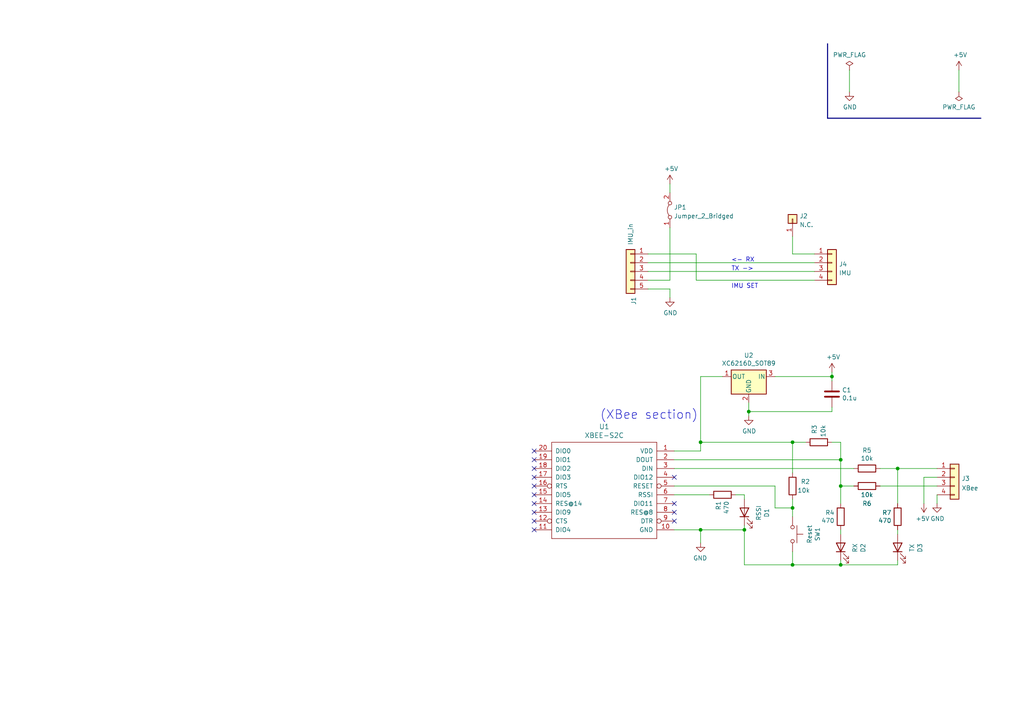
<source format=kicad_sch>
(kicad_sch (version 20211123) (generator eeschema)
  (paper "A4")
  (title_block (title "IMU&Xbee board") (date "2023-03-07") (rev "V1.2") (company "Saeki.A"))
  (lib_symbols
    (symbol "0.main.mega:C" (pin_numbers hide) (pin_names (offset 0.254))
      (property "Reference" "C" (at 0.635 2.54 0))
      (property "Value" "0.main.mega_C" (at 0.635 -2.54 0))
      (symbol "C_0_1"
        (polyline (pts (xy -2.032 -0.762) (xy 2.032 -0.762)) (stroke (width 0.508)))
        (polyline (pts (xy -2.032 0.762) (xy 2.032 0.762)) (stroke (width 0.508)))
      )
      (symbol "C_1_1"
        (pin passive line (at 0 3.81 270) (length 2.794) (name "~") (number "1"))
        (pin passive line (at 0 -3.81 90) (length 2.794) (name "~") (number "2"))
      )
    )
    (symbol "0.main.robot.library:XBEE-S2C" (pin_names (offset 1.016))
      (property "Value" "0.main.robot.library_XBEE-S2C" (at -15.24 -17.78 0))
      (symbol "XBEE-S2C_1_0"
        (polyline (pts (xy -15.24 -15.24) (xy -15.24 12.7)))
        (polyline (pts (xy -15.24 12.7) (xy 15.24 12.7)))
        (polyline (pts (xy 15.24 -15.24) (xy -15.24 -15.24)))
        (polyline (pts (xy 15.24 12.7) (xy 15.24 -15.24)))
        (pin power_in line (at -20.32 10.16 0) (length 5.08) (name "VDD") (number "1"))
        (pin power_in line (at -20.32 -12.7 0) (length 5.08) (name "GND") (number "10"))
        (pin bidirectional line (at 20.32 -12.7 180) (length 5.08) (name "DIO4") (number "11"))
        (pin output inverted (at 20.32 -10.16 180) (length 5.08) (name "CTS") (number "12"))
        (pin bidirectional line (at 20.32 -7.62 180) (length 5.08) (name "DIO9") (number "13"))
        (pin bidirectional line (at 20.32 -5.08 180) (length 5.08) (name "RES@14") (number "14"))
        (pin bidirectional line (at 20.32 -2.54 180) (length 5.08) (name "DIO5") (number "15"))
        (pin input inverted (at 20.32 0 180) (length 5.08) (name "RTS") (number "16"))
        (pin bidirectional line (at 20.32 2.54 180) (length 5.08) (name "DIO3") (number "17"))
        (pin bidirectional line (at 20.32 5.08 180) (length 5.08) (name "DIO2") (number "18"))
        (pin bidirectional line (at 20.32 7.62 180) (length 5.08) (name "DIO1") (number "19"))
        (pin output line (at -20.32 7.62 0) (length 5.08) (name "DOUT") (number "2"))
        (pin bidirectional line (at 20.32 10.16 180) (length 5.08) (name "DIO0") (number "20"))
        (pin input line (at -20.32 5.08 0) (length 5.08) (name "DIN") (number "3"))
        (pin bidirectional line (at -20.32 2.54 0) (length 5.08) (name "DIO12") (number "4"))
        (pin input inverted (at -20.32 0 0) (length 5.08) (name "RESET") (number "5"))
        (pin bidirectional line (at -20.32 -2.54 0) (length 5.08) (name "RSSI") (number "6"))
        (pin bidirectional line (at -20.32 -5.08 0) (length 5.08) (name "DIO11") (number "7"))
        (pin bidirectional line (at -20.32 -7.62 0) (length 5.08) (name "RES@8") (number "8"))
        (pin bidirectional inverted (at -20.32 -10.16 0) (length 5.08) (name "DTR") (number "9"))
      )
    )
    (symbol "Connector_Generic:Conn_01x01" (pin_names (offset 1.016) hide)
      (property "Reference" "J" (at 0 2.54 0))
      (property "Value" "Conn_01x01" (at 0 -2.54 0))
      (symbol "Conn_01x01_1_1"
        (rectangle (start -1.27 0.127) (end 0 -0.127) (stroke (width 0.1524)))
        (rectangle (start -1.27 1.27) (end 1.27 -1.27) (stroke (width 0.254)) (fill (type background)))
        (pin passive line (at -5.08 0 0) (length 3.81) (name "Pin_1") (number "1"))
      )
    )
    (symbol "Connector_Generic:Conn_01x04" (pin_names (offset 1.016) hide)
      (property "Reference" "J" (at 0 5.08 0))
      (property "Value" "Conn_01x04" (at 0 -7.62 0))
      (symbol "Conn_01x04_1_1"
        (rectangle (start -1.27 -4.953) (end 0 -5.207) (stroke (width 0.1524)))
        (rectangle (start -1.27 -2.413) (end 0 -2.667) (stroke (width 0.1524)))
        (rectangle (start -1.27 0.127) (end 0 -0.127) (stroke (width 0.1524)))
        (rectangle (start -1.27 2.667) (end 0 2.413) (stroke (width 0.1524)))
        (rectangle (start -1.27 3.81) (end 1.27 -6.35) (stroke (width 0.254)) (fill (type background)))
        (pin passive line (at -5.08 2.54 0) (length 3.81) (name "Pin_1") (number "1"))
        (pin passive line (at -5.08 0 0) (length 3.81) (name "Pin_2") (number "2"))
        (pin passive line (at -5.08 -2.54 0) (length 3.81) (name "Pin_3") (number "3"))
        (pin passive line (at -5.08 -5.08 0) (length 3.81) (name "Pin_4") (number "4"))
      )
    )
    (symbol "Connector_Generic:Conn_01x05" (pin_names (offset 1.016) hide)
      (property "Reference" "J" (at 0 7.62 0))
      (property "Value" "Conn_01x05" (at 0 -7.62 0))
      (symbol "Conn_01x05_1_1"
        (rectangle (start -1.27 -4.953) (end 0 -5.207) (stroke (width 0.1524)))
        (rectangle (start -1.27 -2.413) (end 0 -2.667) (stroke (width 0.1524)))
        (rectangle (start -1.27 0.127) (end 0 -0.127) (stroke (width 0.1524)))
        (rectangle (start -1.27 2.667) (end 0 2.413) (stroke (width 0.1524)))
        (rectangle (start -1.27 5.207) (end 0 4.953) (stroke (width 0.1524)))
        (rectangle (start -1.27 6.35) (end 1.27 -6.35) (stroke (width 0.254)) (fill (type background)))
        (pin passive line (at -5.08 5.08 0) (length 3.81) (name "Pin_1") (number "1"))
        (pin passive line (at -5.08 2.54 0) (length 3.81) (name "Pin_2") (number "2"))
        (pin passive line (at -5.08 0 0) (length 3.81) (name "Pin_3") (number "3"))
        (pin passive line (at -5.08 -2.54 0) (length 3.81) (name "Pin_4") (number "4"))
        (pin passive line (at -5.08 -5.08 0) (length 3.81) (name "Pin_5") (number "5"))
      )
    )
    (symbol "Device:LED" (pin_numbers hide) (pin_names (offset 1.016) hide)
      (property "Reference" "D" (at 0 2.54 0))
      (property "Value" "LED" (at 0 -2.54 0))
      (symbol "LED_0_1"
        (polyline (pts (xy -1.27 -1.27) (xy -1.27 1.27)) (stroke (width 0.254)))
        (polyline (pts (xy -1.27 0) (xy 1.27 0)))
        (polyline (pts (xy 1.27 -1.27) (xy 1.27 1.27) (xy -1.27 0) (xy 1.27 -1.27)) (stroke (width 0.254)))
        (polyline (pts (xy -3.048 -0.762) (xy -4.572 -2.286) (xy -3.81 -2.286) (xy -4.572 -2.286) (xy -4.572 -1.524)))
        (polyline (pts (xy -1.778 -0.762) (xy -3.302 -2.286) (xy -2.54 -2.286) (xy -3.302 -2.286) (xy -3.302 -1.524)))
      )
      (symbol "LED_1_1"
        (pin passive line (at -3.81 0 0) (length 2.54) (name "K") (number "1"))
        (pin passive line (at 3.81 0 180) (length 2.54) (name "A") (number "2"))
      )
    )
    (symbol "Device:R" (pin_numbers hide) (pin_names (offset 0))
      (property "Reference" "R" (at 2.032 0 90))
      (property "Value" "R" (at 0 0 90))
      (symbol "R_0_1"
        (rectangle (start -1.016 -2.54) (end 1.016 2.54) (stroke (width 0.254)))
      )
      (symbol "R_1_1"
        (pin passive line (at 0 3.81 270) (length 1.27) (name "~") (number "1"))
        (pin passive line (at 0 -3.81 90) (length 1.27) (name "~") (number "2"))
      )
    )
    (symbol "Jumper:Jumper_2_Bridged" (pin_names (offset 0) hide)
      (property "Reference" "JP" (at 0 1.905 0))
      (property "Value" "Jumper_2_Bridged" (at 0 -2.54 0))
      (symbol "Jumper_2_Bridged_0_0"
        (circle (center -2.032 0) (radius 0.508))
        (circle (center 2.032 0) (radius 0.508))
      )
      (symbol "Jumper_2_Bridged_0_1"
        (arc (start 1.524 0.254) (mid 0 0.762) (end -1.524 0.254))
      )
      (symbol "Jumper_2_Bridged_1_1"
        (pin passive line (at -5.08 0 0) (length 2.54) (name "A") (number "1"))
        (pin passive line (at 5.08 0 180) (length 2.54) (name "B") (number "2"))
      )
    )
    (symbol "Regulator_Linear:XC6216D_SOT89" (pin_names (offset 0.254))
      (property "Reference" "U" (at -3.81 3.175 0))
      (property "Value" "Regulator_Linear_XC6216D_SOT89" (at -0.635 3.175 0))
      (symbol "XC6216D_SOT89_0_1"
        (rectangle (start -5.08 1.905) (end 5.08 -5.08) (stroke (width 0.254)) (fill (type background)))
      )
      (symbol "XC6216D_SOT89_1_1"
        (pin power_out line (at 7.62 0 180) (length 2.54) (name "OUT") (number "1"))
        (pin power_in line (at 0 -7.62 90) (length 2.54) (name "GND") (number "2"))
        (pin power_in line (at -7.62 0 0) (length 2.54) (name "IN") (number "3"))
      )
    )
    (symbol "Switch:SW_Push" (pin_numbers hide) (pin_names (offset 1.016) hide)
      (property "Reference" "SW" (at 1.27 2.54 0))
      (property "Value" "SW_Push" (at 0 -1.524 0))
      (symbol "SW_Push_0_1"
        (circle (center -2.032 0) (radius 0.508))
        (polyline (pts (xy 0 1.27) (xy 0 3.048)))
        (polyline (pts (xy 2.54 1.27) (xy -2.54 1.27)))
        (circle (center 2.032 0) (radius 0.508))
        (pin passive line (at -5.08 0 0) (length 2.54) (name "1") (number "1"))
        (pin passive line (at 5.08 0 180) (length 2.54) (name "2") (number "2"))
      )
    )
    (symbol "power:+5V" (power) (pin_names (offset 0))
      (property "Value" "+5V" (at 0 3.556 0))
      (symbol "+5V_0_1"
        (polyline (pts (xy -0.762 1.27) (xy 0 2.54)))
        (polyline (pts (xy 0 0) (xy 0 2.54)))
        (polyline (pts (xy 0 2.54) (xy 0.762 1.27)))
      )
      (symbol "+5V_1_1"
        (pin power_in line (at 0 0 90) (length 0) hide (name "+5V") (number "1"))
      )
    )
    (symbol "power:GND" (power) (pin_names (offset 0))
      (property "Value" "GND" (at 0 -3.81 0))
      (symbol "GND_0_1"
        (polyline (pts (xy 0 0) (xy 0 -1.27) (xy 1.27 -1.27) (xy 0 -2.54) (xy -1.27 -1.27) (xy 0 -1.27)))
      )
      (symbol "GND_1_1"
        (pin power_in line (at 0 0 270) (length 0) hide (name "GND") (number "1"))
      )
    )
    (symbol "power:PWR_FLAG" (power) (pin_numbers hide) (pin_names (offset 0) hide)
      (property "Value" "PWR_FLAG" (at 0 3.81 0))
      (symbol "PWR_FLAG_0_0"
        (pin power_out line (at 0 0 90) (length 0) (name "pwr") (number "1"))
      )
      (symbol "PWR_FLAG_0_1"
        (polyline (pts (xy 0 0) (xy 0 1.27) (xy -1.016 1.905) (xy 0 2.54) (xy 1.016 1.905) (xy 0 1.27)))
      )
    )
  )
  (junction (at 260.35 135.89))
  (junction (at 243.84 163.83))
  (junction (at 229.87 163.83))
  (junction (at 243.84 140.97))
  (junction (at 241.3 109.22))
  (junction (at 203.2 128.27))
  (junction (at 203.2 153.67))
  (junction (at 217.17 119.38))
  (junction (at 215.9 153.67))
  (junction (at 229.87 128.27))
  (junction (at 229.87 147.32))
  (junction (at 243.84 133.35))
  (no_connect (at 154.94 130.81))
  (no_connect (at 154.94 133.35))
  (no_connect (at 154.94 135.89))
  (no_connect (at 154.94 138.43))
  (no_connect (at 154.94 140.97))
  (no_connect (at 154.94 143.51))
  (no_connect (at 154.94 146.05))
  (no_connect (at 154.94 148.59))
  (no_connect (at 154.94 151.13))
  (no_connect (at 154.94 153.67))
  (no_connect (at 195.58 151.13))
  (no_connect (at 195.58 148.59))
  (no_connect (at 195.58 146.05))
  (no_connect (at 195.58 138.43))
  (wire (pts (xy 243.84 162.56) (xy 243.84 163.83)))
  (wire (pts (xy 241.3 109.22) (xy 241.3 110.49)))
  (wire (pts (xy 203.2 128.27) (xy 203.2 130.81)))
  (wire (pts (xy 260.35 162.56) (xy 260.35 163.83)))
  (wire (pts (xy 241.3 128.27) (xy 243.84 128.27)))
  (wire (pts (xy 243.84 128.27) (xy 243.84 133.35)))
  (wire (pts (xy 233.68 128.27) (xy 229.87 128.27)))
  (wire (pts (xy 229.87 128.27) (xy 203.2 128.27)))
  (wire (pts (xy 271.78 146.05) (xy 271.78 143.51)))
  (wire (pts (xy 229.87 163.83) (xy 215.9 163.83)))
  (wire (pts (xy 229.87 160.02) (xy 229.87 163.83)))
  (bus (pts (xy 240.03 12.7) (xy 240.03 34.29)))
  (wire (pts (xy 260.35 135.89) (xy 260.35 146.05)))
  (wire (pts (xy 241.3 118.11) (xy 241.3 119.38)))
  (wire (pts (xy 255.27 140.97) (xy 271.78 140.97)))
  (wire (pts (xy 224.79 109.22) (xy 241.3 109.22)))
  (wire (pts (xy 195.58 135.89) (xy 247.65 135.89)))
  (wire (pts (xy 215.9 153.67) (xy 203.2 153.67)))
  (wire (pts (xy 187.96 83.82) (xy 194.31 83.82)))
  (bus (pts (xy 240.03 34.29) (xy 284.48 34.29)))
  (wire (pts (xy 260.35 135.89) (xy 255.27 135.89)))
  (wire (pts (xy 203.2 109.22) (xy 203.2 128.27)))
  (wire (pts (xy 229.87 68.58) (xy 229.87 73.66)))
  (wire (pts (xy 229.87 73.66) (xy 236.22 73.66)))
  (wire (pts (xy 203.2 153.67) (xy 203.2 157.48)))
  (wire (pts (xy 217.17 119.38) (xy 217.17 120.65)))
  (wire (pts (xy 243.84 133.35) (xy 243.84 140.97)))
  (wire (pts (xy 241.3 109.22) (xy 241.3 107.95)))
  (wire (pts (xy 243.84 163.83) (xy 229.87 163.83)))
  (wire (pts (xy 195.58 140.97) (xy 224.79 140.97)))
  (wire (pts (xy 243.84 153.67) (xy 243.84 154.94)))
  (wire (pts (xy 187.96 73.66) (xy 201.93 73.66)))
  (wire (pts (xy 229.87 147.32) (xy 229.87 149.86)))
  (wire (pts (xy 260.35 135.89) (xy 271.78 135.89)))
  (wire (pts (xy 215.9 163.83) (xy 215.9 153.67)))
  (wire (pts (xy 246.38 20.32) (xy 246.38 26.67)))
  (wire (pts (xy 195.58 143.51) (xy 205.74 143.51)))
  (wire (pts (xy 213.36 143.51) (xy 215.9 143.51)))
  (wire (pts (xy 209.55 109.22) (xy 203.2 109.22)))
  (wire (pts (xy 201.93 81.28) (xy 236.22 81.28)))
  (wire (pts (xy 243.84 140.97) (xy 247.65 140.97)))
  (wire (pts (xy 241.3 119.38) (xy 217.17 119.38)))
  (wire (pts (xy 187.96 81.28) (xy 194.31 81.28)))
  (wire (pts (xy 229.87 144.78) (xy 229.87 147.32)))
  (wire (pts (xy 215.9 143.51) (xy 215.9 144.78)))
  (wire (pts (xy 278.13 20.32) (xy 278.13 26.67)))
  (wire (pts (xy 195.58 153.67) (xy 203.2 153.67)))
  (wire (pts (xy 260.35 163.83) (xy 243.84 163.83)))
  (wire (pts (xy 187.96 76.2) (xy 236.22 76.2)))
  (wire (pts (xy 229.87 128.27) (xy 229.87 137.16)))
  (wire (pts (xy 194.31 81.28) (xy 194.31 66.04)))
  (wire (pts (xy 195.58 133.35) (xy 243.84 133.35)))
  (wire (pts (xy 194.31 83.82) (xy 194.31 86.36)))
  (wire (pts (xy 217.17 116.84) (xy 217.17 119.38)))
  (wire (pts (xy 271.78 138.43) (xy 267.97 138.43)))
  (wire (pts (xy 194.31 53.34) (xy 194.31 55.88)))
  (wire (pts (xy 201.93 73.66) (xy 201.93 81.28)))
  (wire (pts (xy 224.79 147.32) (xy 229.87 147.32)))
  (wire (pts (xy 215.9 152.4) (xy 215.9 153.67)))
  (wire (pts (xy 187.96 78.74) (xy 236.22 78.74)))
  (wire (pts (xy 243.84 140.97) (xy 243.84 146.05)))
  (wire (pts (xy 267.97 138.43) (xy 267.97 146.05)))
  (wire (pts (xy 195.58 130.81) (xy 203.2 130.81)))
  (wire (pts (xy 224.79 140.97) (xy 224.79 147.32)))
  (wire (pts (xy 260.35 153.67) (xy 260.35 154.94)))
  (text "<- RX" (at 212.09 76.2 0) (effects (font (size 1.27 1.27)) (justify left bottom)))
  (text "(XBee section)" (at 173.99 121.92 0) (effects (font (size 2.54 2.54)) (justify left bottom)))
  (text "TX ->" (at 212.09 78.74 0) (effects (font (size 1.27 1.27)) (justify left bottom)))
  (text "IMU SET" (at 212.09 83.82 0) (effects (font (size 1.27 1.27)) (justify left bottom)))
  (symbol (lib_id "power:PWR_FLAG") (at 278.13 26.67 180) (unit 1)
    (property "Reference" "#FLG0102" (effects hide))
    (property "Value" "PWR_FLAG" (at 278.13 31.0642 0))
  )
  (symbol (lib_id "power:GND") (at 217.17 120.65 0) (unit 1)
    (property "Reference" "#PWR0101" (effects hide))
    (property "Value" "GND" (at 217.297 125.0442 0))
  )
  (symbol (lib_id "power:GND") (at 271.78 146.05 0) (unit 1)
    (property "Reference" "#PWR0102" (effects hide))
    (property "Value" "GND" (at 271.907 150.4442 0))
  )
  (symbol (lib_id "Connector_Generic:Conn_01x04") (at 241.3 76.2 0) (unit 1)
    (property "Reference" "J4" (at 243.332 76.6353 0) (effects (justify left)))
    (property "Value" "IMU" (at 243.332 79.1722 0) (effects (justify left)))
    (property "Footprint" "Connector_PinSocket_2.54mm:PinSocket_1x04_P2.54mm_Vertical" (effects hide))
  )
  (symbol (lib_id "Device:R") (at 251.46 140.97 90) (mirror x) (unit 1)
    (property "Reference" "R6" (at 251.46 146.05 90))
    (property "Value" "10k" (at 251.46 143.51 90))
    (property "Footprint" "Resistor_SMD:R_0603_1608Metric_Pad0.98x0.95mm_HandSolder" (effects hide))
  )
  (symbol (lib_id "Device:R") (at 251.46 135.89 90) (mirror x) (unit 1)
    (property "Reference" "R5" (at 251.46 130.6322 90))
    (property "Value" "10k" (at 251.46 132.9436 90))
    (property "Footprint" "Resistor_SMD:R_0603_1608Metric_Pad0.98x0.95mm_HandSolder" (effects hide))
  )
  (symbol (lib_id "Connector_Generic:Conn_01x05") (at 182.88 78.74 0) (mirror y) (unit 1)
    (property "Reference" "J1" (at 183.7944 86.0552 90) (effects (justify right)))
    (property "Value" "IMU_in" (at 182.88 64.77 90) (effects (justify right)))
    (property "Footprint" "Connector_PinHeader_1.27mm:PinHeader_1x05_P1.27mm_Vertical" (effects hide))
  )
  (symbol (lib_id "Connector_Generic:Conn_01x01") (at 229.87 63.5 90) (unit 1)
    (property "Reference" "J2" (at 231.902 62.6653 90) (effects (justify right)))
    (property "Value" "N.C." (at 231.902 65.2022 90) (effects (justify right)))
    (property "Footprint" "Connector_PinHeader_2.54mm:PinHeader_1x01_P2.54mm_Vertical" (effects hide))
  )
  (symbol (lib_id "power:+5V") (at 267.97 146.05 180) (unit 1)
    (property "Reference" "#PWR0103" (effects hide))
    (property "Value" "+5V" (at 267.589 150.4442 0))
  )
  (symbol (lib_id "Device:R") (at 260.35 149.86 0) (mirror y) (unit 1)
    (property "Reference" "R7" (at 258.572 148.6916 0) (effects (justify left)))
    (property "Value" "470" (at 258.572 151.003 0) (effects (justify left)))
    (property "Footprint" "Resistor_SMD:R_0603_1608Metric_Pad0.98x0.95mm_HandSolder" (effects hide))
  )
  (symbol (lib_id "power:GND") (at 203.2 157.48 0) (mirror y) (unit 1)
    (property "Reference" "#PWR0104" (effects hide))
    (property "Value" "GND" (at 203.073 161.8742 0))
  )
  (symbol (lib_id "Device:LED") (at 260.35 158.75 90) (unit 1)
    (property "Reference" "D3" (at 266.827 158.9278 0))
    (property "Value" "TX" (at 264.5156 158.9278 0))
    (property "Footprint" "LED_SMD:LED_0603_1608Metric_Pad1.05x0.95mm_HandSolder" (effects hide))
  )
  (symbol (lib_id "Jumper:Jumper_2_Bridged") (at 194.31 60.96 90) (unit 1)
    (property "Reference" "JP1" (at 195.453 60.1253 90) (effects (justify right)))
    (property "Value" "Jumper_2_Bridged" (at 195.453 62.6622 90) (effects (justify right)))
    (property "Footprint" "Jumper:SolderJumper-2_P1.3mm_Bridged_Pad1.0x1.5mm" (effects hide))
  )
  (symbol (lib_id "Device:R") (at 209.55 143.51 90) (mirror x) (unit 1)
    (property "Reference" "R1" (at 208.3816 145.288 0) (effects (justify left)))
    (property "Value" "470" (at 210.693 145.288 0) (effects (justify left)))
    (property "Footprint" "Resistor_SMD:R_0603_1608Metric_Pad0.98x0.95mm_HandSolder" (effects hide))
  )
  (symbol (lib_id "Device:R") (at 229.87 140.97 0) (mirror y) (unit 1)
    (property "Reference" "R2" (at 234.95 139.7 0) (effects (justify left)))
    (property "Value" "10k" (at 234.95 142.24 0) (effects (justify left)))
    (property "Footprint" "Resistor_SMD:R_0603_1608Metric_Pad0.98x0.95mm_HandSolder" (effects hide))
  )
  (symbol (lib_id "Regulator_Linear:XC6216D_SOT89") (at 217.17 109.22 0) (mirror y) (unit 1)
    (property "Reference" "U2" (at 217.17 103.0732 0))
    (property "Value" "XC6216D_SOT89" (at 217.17 105.3846 0))
    (property "Footprint" "Package_TO_SOT_SMD:SOT-89-3" (effects hide))
  )
  (symbol (lib_id "Switch:SW_Push") (at 229.87 154.94 270) (unit 1)
    (property "Reference" "SW1" (at 237.109 154.94 0))
    (property "Value" "Reset" (at 234.7976 154.94 0))
    (property "Footprint" "0.main.robot:THAU13-AB-R" (effects hide))
  )
  (symbol (lib_id "power:+5V") (at 278.13 20.32 0) (unit 1)
    (property "Reference" "#PWR0108" (effects hide))
    (property "Value" "+5V" (at 278.511 15.9258 0))
  )
  (symbol (lib_id "Connector_Generic:Conn_01x04") (at 276.86 138.43 0) (unit 1)
    (property "Reference" "J3" (at 278.892 138.7915 0) (effects (justify left)))
    (property "Value" "XBee" (at 278.892 141.5666 0) (effects (justify left)))
    (property "Footprint" "Connector_PinSocket_2.54mm:PinSocket_1x04_P2.54mm_Vertical" (effects hide))
  )
  (symbol (lib_id "Device:R") (at 237.49 128.27 90) (mirror x) (unit 1)
    (property "Reference" "R3" (at 236.22 123.19 0) (effects (justify left)))
    (property "Value" "10k" (at 238.76 123.19 0) (effects (justify left)))
    (property "Footprint" "Resistor_SMD:R_0603_1608Metric_Pad0.98x0.95mm_HandSolder" (effects hide))
  )
  (symbol (lib_id "Device:LED") (at 243.84 158.75 90) (unit 1)
    (property "Reference" "D2" (at 250.317 158.9278 0))
    (property "Value" "RX" (at 248.0056 158.9278 0))
    (property "Footprint" "LED_SMD:LED_0603_1608Metric_Pad1.05x0.95mm_HandSolder" (effects hide))
  )
  (symbol (lib_id "power:GND") (at 246.38 26.67 0) (unit 1)
    (property "Reference" "#PWR0107" (effects hide))
    (property "Value" "GND" (at 246.507 31.0642 0))
  )
  (symbol (lib_id "Device:R") (at 243.84 149.86 0) (mirror y) (unit 1)
    (property "Reference" "R4" (at 242.062 148.6916 0) (effects (justify left)))
    (property "Value" "470" (at 242.062 151.003 0) (effects (justify left)))
    (property "Footprint" "Resistor_SMD:R_0603_1608Metric_Pad0.98x0.95mm_HandSolder" (effects hide))
  )
  (symbol (lib_id "power:+5V") (at 241.3 107.95 0) (unit 1)
    (property "Reference" "#PWR0106" (effects hide))
    (property "Value" "+5V" (at 241.681 103.5558 0))
  )
  (symbol (lib_id "power:PWR_FLAG") (at 246.38 20.32 0) (unit 1)
    (property "Reference" "#FLG0101" (effects hide))
    (property "Value" "PWR_FLAG" (at 246.38 15.9258 0))
  )
  (symbol (lib_id "0.main.mega:C") (at 241.3 114.3 0) (unit 1)
    (property "Reference" "C1" (at 244.221 113.1316 0) (effects (justify left)))
    (property "Value" "0.1u" (at 244.221 115.443 0) (effects (justify left)))
    (property "Footprint" "Capacitor_SMD:C_0603_1608Metric_Pad1.08x0.95mm_HandSolder" (effects hide))
  )
  (symbol (lib_id "0.main.robot.library:XBEE-S2C") (at 175.26 140.97 0) (mirror y) (unit 1)
    (property "Reference" "U1" (at 175.26 123.7488 0) (effects (font (size 1.4224 1.4224))))
    (property "Value" "XBEE-S2C" (at 175.26 126.2888 0) (effects (font (size 1.4224 1.4224))))
    (property "Footprint" "0.main.robot:XBEE-S2C" (effects hide))
  )
  (symbol (lib_id "Device:LED") (at 215.9 148.59 90) (unit 1)
    (property "Reference" "D1" (at 222.377 148.7678 0))
    (property "Value" "RSSI" (at 220.0656 148.7678 0))
    (property "Footprint" "LED_SMD:LED_0603_1608Metric_Pad1.05x0.95mm_HandSolder" (effects hide))
  )
  (symbol (lib_id "power:+5V") (at 194.31 53.34 0) (unit 1)
    (property "Reference" "#PWR01" (effects hide))
    (property "Value" "+5V" (at 194.691 48.9458 0))
  )
  (symbol (lib_id "power:GND") (at 194.31 86.36 0) (unit 1)
    (property "Reference" "#PWR02" (effects hide))
    (property "Value" "GND" (at 194.437 90.7542 0))
  )
)
</source>
